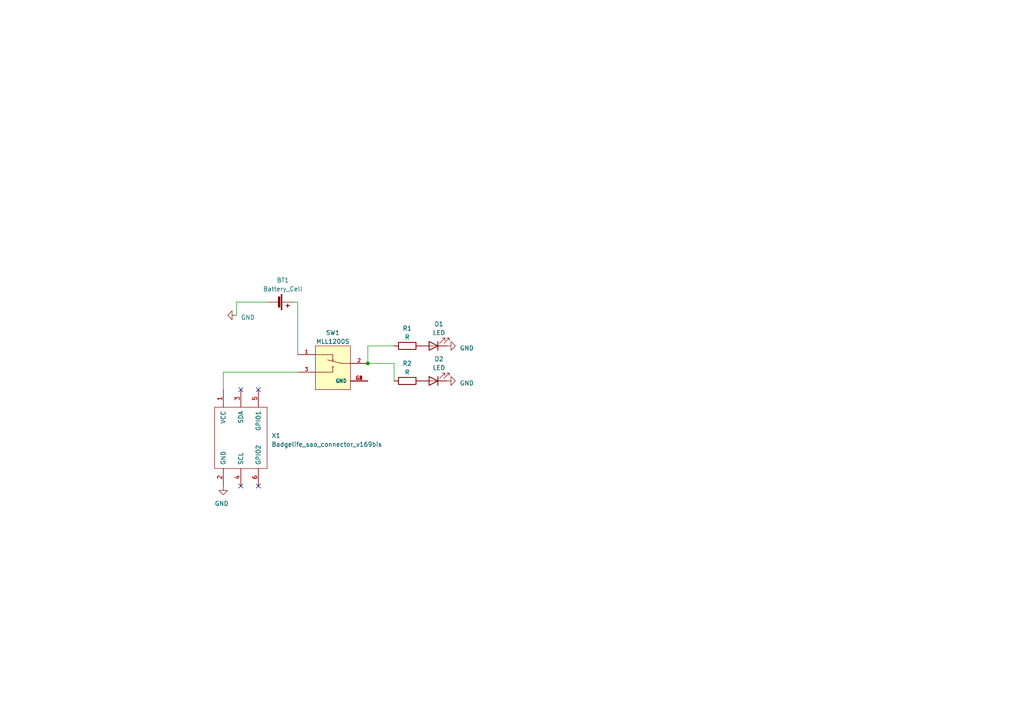
<source format=kicad_sch>
(kicad_sch (version 20230121) (generator eeschema)
  (paper "A4")
  (lib_symbols
    (symbol "Device:Battery_Cell" (pin_numbers hide) (pin_names (offset 0) hide)
      (property "Reference" "BT" (at 2.54 2.54 0))
      (property "Value" "Battery_Cell" (at 2.54 0 0))
      (symbol "Battery_Cell_0_1"
        (rectangle (start -2.286 1.778) (end 2.286 1.524) (fill (type outline)))
        (rectangle (start -1.5748 1.1938) (end 1.4732 0.6858) (fill (type outline)))
        (polyline (pts (xy 0 0.762) (xy 0 0)))
        (polyline (pts (xy 0 1.778) (xy 0 2.54)))
        (polyline (pts (xy 0.508 3.429) (xy 1.524 3.429)) (stroke (width 0.254)))
        (polyline (pts (xy 1.016 3.937) (xy 1.016 2.921)) (stroke (width 0.254)))
      )
      (symbol "Battery_Cell_1_1"
        (pin passive line (at 0 5.08 270) (length 2.54) (name "+") (number "1"))
        (pin passive line (at 0 -2.54 90) (length 2.54) (name "-") (number "2"))
      )
    )
    (symbol "Device:LED" (pin_numbers hide) (pin_names (offset 1.016) hide)
      (property "Reference" "D" (at 0 2.54 0))
      (property "Value" "LED" (at 0 -2.54 0))
      (symbol "LED_0_1"
        (polyline (pts (xy -1.27 -1.27) (xy -1.27 1.27)) (stroke (width 0.254)))
        (polyline (pts (xy -1.27 0) (xy 1.27 0)))
        (polyline (pts (xy 1.27 -1.27) (xy 1.27 1.27) (xy -1.27 0) (xy 1.27 -1.27)) (stroke (width 0.254)))
        (polyline (pts (xy -3.048 -0.762) (xy -4.572 -2.286) (xy -3.81 -2.286) (xy -4.572 -2.286) (xy -4.572 -1.524)))
        (polyline (pts (xy -1.778 -0.762) (xy -3.302 -2.286) (xy -2.54 -2.286) (xy -3.302 -2.286) (xy -3.302 -1.524)))
      )
      (symbol "LED_1_1"
        (pin passive line (at -3.81 0 0) (length 2.54) (name "K") (number "1"))
        (pin passive line (at 3.81 0 180) (length 2.54) (name "A") (number "2"))
      )
    )
    (symbol "Device:R" (pin_numbers hide) (pin_names (offset 0))
      (property "Reference" "R" (at 2.032 0 90))
      (property "Value" "R" (at 0 0 90))
      (symbol "R_0_1"
        (rectangle (start -1.016 -2.54) (end 1.016 2.54) (stroke (width 0.254)))
      )
      (symbol "R_1_1"
        (pin passive line (at 0 3.81 270) (length 1.27) (name "~") (number "1"))
        (pin passive line (at 0 -3.81 90) (length 1.27) (name "~") (number "2"))
      )
    )
    (symbol "MLL1200S:MLL1200S" (pin_names (offset 1.016))
      (property "Reference" "SW" (at -5.0897 8.1435 0))
      (property "Value" "MLL1200S" (at -5.3417 -7.3766 0))
      (symbol "MLL1200S_0_0"
        (rectangle (start -5.08 -5.08) (end 5.08 7.62) (stroke (width 0.1524)) (fill (type background)))
        (polyline (pts (xy -5.08 0) (xy 0 0)) (stroke (width 0.1524)))
        (polyline (pts (xy -5.08 5.08) (xy 0 5.08)) (stroke (width 0.1524)))
        (polyline (pts (xy 0 0) (xy 0 1.27)) (stroke (width 0.1524)))
        (polyline (pts (xy 0 5.08) (xy 0 3.81)) (stroke (width 0.1524)))
        (polyline (pts (xy 2.54 2.54) (xy -1.524 3.556)) (stroke (width 0.1524)))
        (polyline (pts (xy 5.08 2.54) (xy 2.54 2.54)) (stroke (width 0.1524)))
        (circle (center 0 1.54) (radius 0.2) (stroke (width 0.127)))
        (circle (center 0 3.54) (radius 0.2) (stroke (width 0.127)))
        (pin passive line (at -10.16 5.08 0) (length 5.08) (name "~") (number "1"))
        (pin passive line (at 10.16 2.54 180) (length 5.08) (name "~") (number "2"))
        (pin passive line (at -10.16 0 0) (length 5.08) (name "~") (number "3"))
        (pin power_in line (at 10.16 -2.54 180) (length 5.08) (name "GND") (number "G1"))
        (pin power_in line (at 10.16 -2.54 180) (length 5.08) (name "GND") (number "G2"))
        (pin power_in line (at 10.16 -2.54 180) (length 5.08) (name "GND") (number "G3"))
        (pin power_in line (at 10.16 -2.54 180) (length 5.08) (name "GND") (number "G4"))
      )
    )
    (symbol "badgelife_shitty_addon_v169bis:Badgelife_sao_connector_v169bis" (pin_names (offset 1.016))
      (property "Reference" "X" (at 0 0 0))
      (property "Value" "Badgelife_sao_connector_v169bis" (at 0 20.32 0))
      (symbol "Badgelife_sao_connector_v169bis_0_1"
        (rectangle (start -7.62 8.89) (end 7.62 -8.89))
      )
      (symbol "Badgelife_sao_connector_v169bis_1_1"
        (pin input line (at -5.08 13.97 270) (length 5.08) (name "VCC") (number "1"))
        (pin input line (at -5.08 -13.97 90) (length 5.08) (name "GND") (number "2"))
        (pin input line (at 0 13.97 270) (length 5.08) (name "SDA") (number "3"))
        (pin input line (at 0 -13.97 90) (length 5.08) (name "SCL") (number "4"))
        (pin input line (at 5.08 13.97 270) (length 5.08) (name "GPIO1") (number "5"))
        (pin input line (at 5.08 -13.97 90) (length 5.08) (name "GPIO2") (number "6"))
      )
    )
    (symbol "power:GND" (power) (pin_names (offset 0))
      (property "Value" "GND" (at 0 -3.81 0))
      (symbol "GND_0_1"
        (polyline (pts (xy 0 0) (xy 0 -1.27) (xy 1.27 -1.27) (xy 0 -2.54) (xy -1.27 -1.27) (xy 0 -1.27)))
      )
      (symbol "GND_1_1"
        (pin power_in line (at 0 0 270) (length 0) hide (name "GND") (number "1"))
      )
    )
  )
  (junction (at 106.68 105.41))
  (no_connect (at 74.93 113.03))
  (no_connect (at 69.85 140.97))
  (no_connect (at 74.93 140.97))
  (no_connect (at 69.85 113.03))
  (wire (pts (xy 114.3 105.41) (xy 114.3 110.49)))
  (wire (pts (xy 68.58 87.63) (xy 77.47 87.63)))
  (wire (pts (xy 68.58 91.44) (xy 68.58 87.63)))
  (wire (pts (xy 64.77 107.95) (xy 64.77 113.03)))
  (wire (pts (xy 86.36 107.95) (xy 64.77 107.95)))
  (wire (pts (xy 114.3 100.33) (xy 106.68 100.33)))
  (wire (pts (xy 86.36 102.87) (xy 86.36 87.63)))
  (wire (pts (xy 86.36 87.63) (xy 85.09 87.63)))
  (wire (pts (xy 106.68 100.33) (xy 106.68 105.41)))
  (wire (pts (xy 106.68 105.41) (xy 114.3 105.41)))
  (symbol (lib_id "Device:R") (at 118.11 100.33 90) (unit 1)
    (property "Reference" "R1" (at 118.11 95.25 90))
    (property "Value" "R" (at 118.11 97.79 90))
    (property "Footprint" "Resistor_SMD:R_1206_3216Metric_Pad1.30x1.75mm_HandSolder" (effects hide))
  )
  (symbol (lib_id "badgelife_shitty_addon_v169bis:Badgelife_sao_connector_v169bis") (at 69.85 127 0) (unit 1)
    (property "Reference" "X1" (at 78.74 126.365 0) (effects (justify left)))
    (property "Value" "Badgelife_sao_connector_v169bis" (at 78.74 128.905 0) (effects (justify left)))
    (property "Footprint" "Connector_PinHeader_2.54mm:PinHeader_2x03_P2.54mm_Vertical" (effects hide))
  )
  (symbol (lib_id "power:GND") (at 68.58 91.44 270) (unit 1)
    (property "Reference" "#PWR01" (effects hide))
    (property "Value" "GND" (at 69.85 92.075 90) (effects (justify left)))
  )
  (symbol (lib_id "Device:LED") (at 125.73 110.49 180) (unit 1)
    (property "Reference" "D2" (at 127.3175 104.14 0))
    (property "Value" "LED" (at 127.3175 106.68 0))
    (property "Footprint" "LED_SMD:LED_0805_2012Metric_Pad1.15x1.40mm_HandSolder" (effects hide))
  )
  (symbol (lib_id "Device:R") (at 118.11 110.49 90) (unit 1)
    (property "Reference" "R2" (at 118.11 105.41 90))
    (property "Value" "R" (at 118.11 107.95 90))
    (property "Footprint" "Resistor_SMD:R_1206_3216Metric_Pad1.30x1.75mm_HandSolder" (effects hide))
  )
  (symbol (lib_id "Device:Battery_Cell") (at 80.01 87.63 270) (unit 1)
    (property "Reference" "BT1" (at 82.042 81.28 90))
    (property "Value" "Battery_Cell" (at 82.042 83.82 90))
    (property "Footprint" "Battery:BatteryHolder_Keystone_1058_1x2032" (effects hide))
  )
  (symbol (lib_id "power:GND") (at 64.77 140.97 0) (unit 1)
    (property "Reference" "#PWR02" (effects hide))
    (property "Value" "GND" (at 62.23 146.05 0) (effects (justify left)))
  )
  (symbol (lib_id "power:GND") (at 129.54 110.49 90) (unit 1)
    (property "Reference" "#PWR03" (effects hide))
    (property "Value" "GND" (at 133.35 111.125 90) (effects (justify right)))
  )
  (symbol (lib_id "MLL1200S:MLL1200S") (at 96.52 107.95 0) (unit 1)
    (property "Reference" "SW1" (at 96.52 96.52 0))
    (property "Value" "MLL1200S" (at 96.52 99.06 0))
    (property "Footprint" "SW_MLL1200S" (effects hide))
    (property "Comment" "1437575-1" (effects hide))
  )
  (symbol (lib_id "power:GND") (at 129.54 100.33 90) (unit 1)
    (property "Reference" "#PWR04" (effects hide))
    (property "Value" "GND" (at 133.35 100.965 90) (effects (justify right)))
  )
  (symbol (lib_id "Device:LED") (at 125.73 100.33 180) (unit 1)
    (property "Reference" "D1" (at 127.3175 93.98 0))
    (property "Value" "LED" (at 127.3175 96.52 0))
    (property "Footprint" "LED_SMD:LED_0805_2012Metric_Pad1.15x1.40mm_HandSolder" (effects hide))
  )
)
</source>
